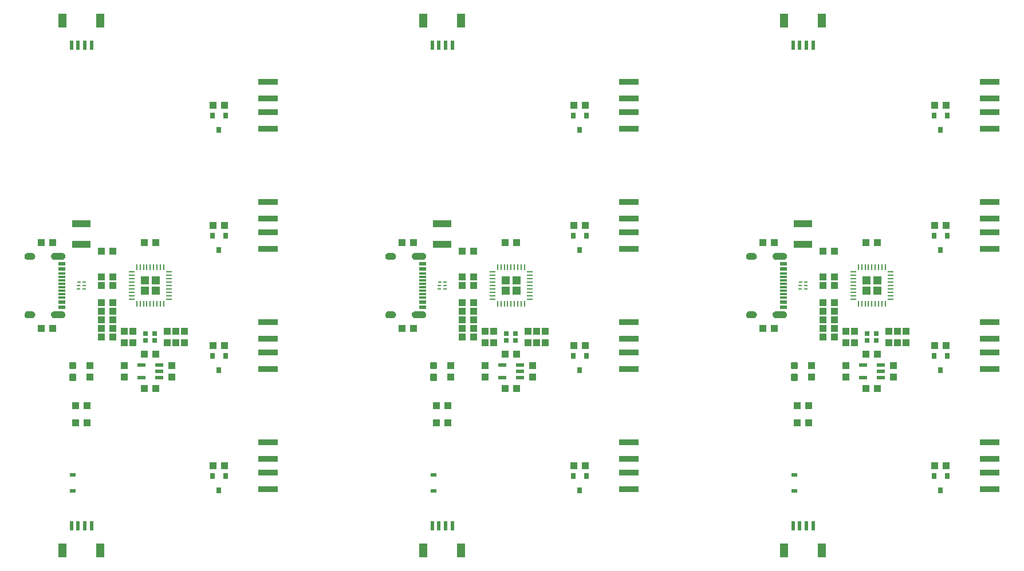
<source format=gtp>
G04 EAGLE Gerber RS-274X export*
G75*
%MOMM*%
%FSLAX34Y34*%
%LPD*%
%INSolderpaste Top*%
%IPPOS*%
%AMOC8*
5,1,8,0,0,1.08239X$1,22.5*%
G01*
%ADD10R,1.200000X2.000000*%
%ADD11R,0.600000X1.350000*%
%ADD12R,1.100000X1.000000*%
%ADD13R,1.000000X1.100000*%
%ADD14C,0.300000*%
%ADD15R,1.200000X0.550000*%
%ADD16R,1.000000X0.300000*%
%ADD17R,1.000000X0.600000*%
%ADD18R,0.610000X0.250000*%
%ADD19R,0.560000X0.250000*%
%ADD20R,0.750000X0.700000*%
%ADD21R,0.900000X0.280000*%
%ADD22R,1.300000X1.300000*%
%ADD23R,0.280000X0.900000*%
%ADD24R,3.000000X0.900000*%
%ADD25R,2.800000X1.000000*%
%ADD26R,0.800000X0.900000*%
%ADD27R,0.830000X0.630000*%

G36*
X1127105Y358154D02*
X1127105Y358154D01*
X1127108Y358151D01*
X1128203Y358331D01*
X1128209Y358337D01*
X1128214Y358334D01*
X1129242Y358753D01*
X1129246Y358760D01*
X1129251Y358758D01*
X1130160Y359396D01*
X1130163Y359403D01*
X1130168Y359403D01*
X1130912Y360226D01*
X1130913Y360234D01*
X1130919Y360235D01*
X1131461Y361203D01*
X1131460Y361212D01*
X1131466Y361214D01*
X1131779Y362278D01*
X1131776Y362286D01*
X1131781Y362289D01*
X1131849Y363397D01*
X1131845Y363404D01*
X1131849Y363407D01*
X1131679Y364515D01*
X1131673Y364521D01*
X1131676Y364526D01*
X1131264Y365568D01*
X1131257Y365572D01*
X1131259Y365577D01*
X1130625Y366502D01*
X1130617Y366504D01*
X1130618Y366510D01*
X1129795Y367270D01*
X1129786Y367271D01*
X1129786Y367277D01*
X1128814Y367834D01*
X1128806Y367833D01*
X1128804Y367839D01*
X1127732Y368166D01*
X1127724Y368163D01*
X1127721Y368168D01*
X1126604Y368249D01*
X1126601Y368248D01*
X1126600Y368249D01*
X1114600Y368249D01*
X1114597Y368247D01*
X1114590Y368247D01*
X1114589Y368248D01*
X1113645Y368029D01*
X1113639Y368023D01*
X1113634Y368025D01*
X1112762Y367602D01*
X1112759Y367594D01*
X1112753Y367596D01*
X1111997Y366989D01*
X1111995Y366981D01*
X1111989Y366981D01*
X1111388Y366221D01*
X1111388Y366212D01*
X1111382Y366211D01*
X1110964Y365336D01*
X1110966Y365328D01*
X1110961Y365326D01*
X1110749Y364380D01*
X1110752Y364373D01*
X1110747Y364369D01*
X1110751Y363400D01*
X1110751Y363399D01*
X1110770Y362331D01*
X1110775Y362324D01*
X1110771Y362320D01*
X1111027Y361283D01*
X1111034Y361278D01*
X1111031Y361272D01*
X1111512Y360318D01*
X1111519Y360315D01*
X1111518Y360309D01*
X1112199Y359486D01*
X1112207Y359484D01*
X1112207Y359478D01*
X1113054Y358827D01*
X1113062Y358827D01*
X1113063Y358821D01*
X1114034Y358374D01*
X1114042Y358376D01*
X1114044Y358371D01*
X1115090Y358152D01*
X1115097Y358155D01*
X1115100Y358151D01*
X1127100Y358151D01*
X1127105Y358154D01*
G37*
G36*
X593705Y358154D02*
X593705Y358154D01*
X593708Y358151D01*
X594803Y358331D01*
X594809Y358337D01*
X594814Y358334D01*
X595842Y358753D01*
X595846Y358760D01*
X595851Y358758D01*
X596760Y359396D01*
X596763Y359403D01*
X596768Y359403D01*
X597512Y360226D01*
X597513Y360234D01*
X597519Y360235D01*
X598061Y361203D01*
X598060Y361212D01*
X598066Y361214D01*
X598379Y362278D01*
X598376Y362286D01*
X598381Y362289D01*
X598449Y363397D01*
X598445Y363404D01*
X598449Y363407D01*
X598279Y364515D01*
X598273Y364521D01*
X598276Y364526D01*
X597864Y365568D01*
X597857Y365572D01*
X597859Y365577D01*
X597225Y366502D01*
X597217Y366504D01*
X597218Y366510D01*
X596395Y367270D01*
X596386Y367271D01*
X596386Y367277D01*
X595414Y367834D01*
X595406Y367833D01*
X595404Y367839D01*
X594332Y368166D01*
X594324Y368163D01*
X594321Y368168D01*
X593204Y368249D01*
X593201Y368248D01*
X593200Y368249D01*
X581200Y368249D01*
X581197Y368247D01*
X581190Y368247D01*
X581189Y368248D01*
X580245Y368029D01*
X580239Y368023D01*
X580234Y368025D01*
X579362Y367602D01*
X579359Y367594D01*
X579353Y367596D01*
X578597Y366989D01*
X578595Y366981D01*
X578589Y366981D01*
X577988Y366221D01*
X577988Y366212D01*
X577982Y366211D01*
X577564Y365336D01*
X577566Y365328D01*
X577561Y365326D01*
X577349Y364380D01*
X577352Y364373D01*
X577347Y364369D01*
X577351Y363400D01*
X577351Y363399D01*
X577370Y362331D01*
X577375Y362324D01*
X577371Y362320D01*
X577627Y361283D01*
X577634Y361278D01*
X577631Y361272D01*
X578112Y360318D01*
X578119Y360315D01*
X578118Y360309D01*
X578799Y359486D01*
X578807Y359484D01*
X578807Y359478D01*
X579654Y358827D01*
X579662Y358827D01*
X579663Y358821D01*
X580634Y358374D01*
X580642Y358376D01*
X580644Y358371D01*
X581690Y358152D01*
X581697Y358155D01*
X581700Y358151D01*
X593700Y358151D01*
X593705Y358154D01*
G37*
G36*
X60305Y358154D02*
X60305Y358154D01*
X60308Y358151D01*
X61403Y358331D01*
X61409Y358337D01*
X61414Y358334D01*
X62442Y358753D01*
X62446Y358760D01*
X62451Y358758D01*
X63360Y359396D01*
X63363Y359403D01*
X63368Y359403D01*
X64112Y360226D01*
X64113Y360234D01*
X64119Y360235D01*
X64661Y361203D01*
X64660Y361212D01*
X64666Y361214D01*
X64979Y362278D01*
X64976Y362286D01*
X64981Y362289D01*
X65049Y363397D01*
X65045Y363404D01*
X65049Y363407D01*
X64879Y364515D01*
X64873Y364521D01*
X64876Y364526D01*
X64464Y365568D01*
X64457Y365572D01*
X64459Y365577D01*
X63825Y366502D01*
X63817Y366504D01*
X63818Y366510D01*
X62995Y367270D01*
X62986Y367271D01*
X62986Y367277D01*
X62014Y367834D01*
X62006Y367833D01*
X62004Y367839D01*
X60932Y368166D01*
X60924Y368163D01*
X60921Y368168D01*
X59804Y368249D01*
X59801Y368248D01*
X59800Y368249D01*
X47800Y368249D01*
X47797Y368247D01*
X47790Y368247D01*
X47789Y368248D01*
X46845Y368029D01*
X46839Y368023D01*
X46834Y368025D01*
X45962Y367602D01*
X45959Y367594D01*
X45953Y367596D01*
X45197Y366989D01*
X45195Y366981D01*
X45189Y366981D01*
X44588Y366221D01*
X44588Y366212D01*
X44582Y366211D01*
X44164Y365336D01*
X44166Y365328D01*
X44161Y365326D01*
X43949Y364380D01*
X43952Y364373D01*
X43947Y364369D01*
X43951Y363400D01*
X43951Y363399D01*
X43970Y362331D01*
X43975Y362324D01*
X43971Y362320D01*
X44227Y361283D01*
X44234Y361278D01*
X44231Y361272D01*
X44712Y360318D01*
X44719Y360315D01*
X44718Y360309D01*
X45399Y359486D01*
X45407Y359484D01*
X45407Y359478D01*
X46254Y358827D01*
X46262Y358827D01*
X46263Y358821D01*
X47234Y358374D01*
X47242Y358376D01*
X47244Y358371D01*
X48290Y358152D01*
X48297Y358155D01*
X48300Y358151D01*
X60300Y358151D01*
X60305Y358154D01*
G37*
G36*
X1127105Y444555D02*
X1127105Y444555D01*
X1127108Y444551D01*
X1128214Y444744D01*
X1128219Y444750D01*
X1128224Y444747D01*
X1129259Y445180D01*
X1129263Y445187D01*
X1129268Y445185D01*
X1130181Y445838D01*
X1130183Y445846D01*
X1130189Y445845D01*
X1130933Y446684D01*
X1130934Y446693D01*
X1130939Y446693D01*
X1131478Y447677D01*
X1131477Y447685D01*
X1131478Y447686D01*
X1131482Y447687D01*
X1131595Y448083D01*
X1131749Y448625D01*
X1131789Y448766D01*
X1131787Y448771D01*
X1131789Y448773D01*
X1131787Y448775D01*
X1131791Y448777D01*
X1131849Y449897D01*
X1131846Y449902D01*
X1131849Y449906D01*
X1131731Y450951D01*
X1131725Y450957D01*
X1131729Y450962D01*
X1131381Y451956D01*
X1131374Y451960D01*
X1131376Y451965D01*
X1130816Y452857D01*
X1130809Y452860D01*
X1130809Y452865D01*
X1130065Y453609D01*
X1130057Y453611D01*
X1130057Y453616D01*
X1129165Y454176D01*
X1129157Y454176D01*
X1129156Y454181D01*
X1128162Y454529D01*
X1128154Y454526D01*
X1128151Y454531D01*
X1127106Y454649D01*
X1127102Y454647D01*
X1127100Y454649D01*
X1115100Y454649D01*
X1115097Y454647D01*
X1115094Y454647D01*
X1115092Y454649D01*
X1114096Y454491D01*
X1114090Y454485D01*
X1114085Y454488D01*
X1113149Y454113D01*
X1113145Y454106D01*
X1113139Y454108D01*
X1112310Y453534D01*
X1112307Y453526D01*
X1112302Y453527D01*
X1111621Y452783D01*
X1111620Y452774D01*
X1111614Y452774D01*
X1111116Y451897D01*
X1111117Y451889D01*
X1111112Y451886D01*
X1110983Y451459D01*
X1110821Y450921D01*
X1110822Y450918D01*
X1110821Y450917D01*
X1110824Y450913D01*
X1110819Y450910D01*
X1110751Y449903D01*
X1110752Y449901D01*
X1110751Y449900D01*
X1110760Y448819D01*
X1110765Y448812D01*
X1110761Y448808D01*
X1111011Y447756D01*
X1111017Y447751D01*
X1111014Y447746D01*
X1111491Y446776D01*
X1111499Y446773D01*
X1111497Y446767D01*
X1112178Y445928D01*
X1112186Y445926D01*
X1112186Y445920D01*
X1113037Y445254D01*
X1113045Y445253D01*
X1113046Y445248D01*
X1114023Y444787D01*
X1114031Y444789D01*
X1114034Y444784D01*
X1115089Y444552D01*
X1115097Y444555D01*
X1115100Y444551D01*
X1127100Y444551D01*
X1127105Y444555D01*
G37*
G36*
X60305Y444555D02*
X60305Y444555D01*
X60308Y444551D01*
X61414Y444744D01*
X61419Y444750D01*
X61424Y444747D01*
X62459Y445180D01*
X62463Y445187D01*
X62468Y445185D01*
X63381Y445838D01*
X63383Y445846D01*
X63389Y445845D01*
X64133Y446684D01*
X64134Y446693D01*
X64139Y446693D01*
X64678Y447677D01*
X64677Y447685D01*
X64678Y447686D01*
X64682Y447687D01*
X64795Y448083D01*
X64949Y448625D01*
X64989Y448766D01*
X64987Y448771D01*
X64989Y448773D01*
X64987Y448775D01*
X64991Y448777D01*
X65049Y449897D01*
X65046Y449902D01*
X65049Y449906D01*
X64931Y450951D01*
X64925Y450957D01*
X64929Y450962D01*
X64581Y451956D01*
X64574Y451960D01*
X64576Y451965D01*
X64016Y452857D01*
X64009Y452860D01*
X64009Y452865D01*
X63265Y453609D01*
X63257Y453611D01*
X63257Y453616D01*
X62365Y454176D01*
X62357Y454176D01*
X62356Y454181D01*
X61362Y454529D01*
X61354Y454526D01*
X61351Y454531D01*
X60306Y454649D01*
X60302Y454647D01*
X60300Y454649D01*
X48300Y454649D01*
X48297Y454647D01*
X48294Y454647D01*
X48292Y454649D01*
X47296Y454491D01*
X47290Y454485D01*
X47285Y454488D01*
X46349Y454113D01*
X46345Y454106D01*
X46339Y454108D01*
X45510Y453534D01*
X45507Y453526D01*
X45502Y453527D01*
X44821Y452783D01*
X44820Y452774D01*
X44814Y452774D01*
X44316Y451897D01*
X44317Y451889D01*
X44312Y451886D01*
X44183Y451459D01*
X44021Y450921D01*
X44022Y450918D01*
X44021Y450917D01*
X44024Y450913D01*
X44019Y450910D01*
X43951Y449903D01*
X43952Y449901D01*
X43951Y449900D01*
X43960Y448819D01*
X43965Y448812D01*
X43961Y448808D01*
X44211Y447756D01*
X44217Y447751D01*
X44214Y447746D01*
X44691Y446776D01*
X44699Y446773D01*
X44697Y446767D01*
X45378Y445928D01*
X45386Y445926D01*
X45386Y445920D01*
X46237Y445254D01*
X46245Y445253D01*
X46246Y445248D01*
X47223Y444787D01*
X47231Y444789D01*
X47234Y444784D01*
X48289Y444552D01*
X48297Y444555D01*
X48300Y444551D01*
X60300Y444551D01*
X60305Y444555D01*
G37*
G36*
X593705Y444555D02*
X593705Y444555D01*
X593708Y444551D01*
X594814Y444744D01*
X594819Y444750D01*
X594824Y444747D01*
X595859Y445180D01*
X595863Y445187D01*
X595868Y445185D01*
X596781Y445838D01*
X596783Y445846D01*
X596789Y445845D01*
X597533Y446684D01*
X597534Y446693D01*
X597539Y446693D01*
X598078Y447677D01*
X598077Y447685D01*
X598078Y447686D01*
X598082Y447687D01*
X598195Y448083D01*
X598349Y448625D01*
X598389Y448766D01*
X598387Y448771D01*
X598389Y448773D01*
X598387Y448775D01*
X598391Y448777D01*
X598449Y449897D01*
X598446Y449902D01*
X598449Y449906D01*
X598331Y450951D01*
X598325Y450957D01*
X598329Y450962D01*
X597981Y451956D01*
X597974Y451960D01*
X597976Y451965D01*
X597416Y452857D01*
X597409Y452860D01*
X597409Y452865D01*
X596665Y453609D01*
X596657Y453611D01*
X596657Y453616D01*
X595765Y454176D01*
X595757Y454176D01*
X595756Y454181D01*
X594762Y454529D01*
X594754Y454526D01*
X594751Y454531D01*
X593706Y454649D01*
X593702Y454647D01*
X593700Y454649D01*
X581700Y454649D01*
X581697Y454647D01*
X581694Y454647D01*
X581692Y454649D01*
X580696Y454491D01*
X580690Y454485D01*
X580685Y454488D01*
X579749Y454113D01*
X579745Y454106D01*
X579739Y454108D01*
X578910Y453534D01*
X578907Y453526D01*
X578902Y453527D01*
X578221Y452783D01*
X578220Y452774D01*
X578214Y452774D01*
X577716Y451897D01*
X577717Y451889D01*
X577712Y451886D01*
X577583Y451459D01*
X577421Y450921D01*
X577422Y450918D01*
X577421Y450917D01*
X577424Y450913D01*
X577419Y450910D01*
X577351Y449903D01*
X577352Y449901D01*
X577351Y449900D01*
X577360Y448819D01*
X577365Y448812D01*
X577361Y448808D01*
X577611Y447756D01*
X577617Y447751D01*
X577614Y447746D01*
X578091Y446776D01*
X578099Y446773D01*
X578097Y446767D01*
X578778Y445928D01*
X578786Y445926D01*
X578786Y445920D01*
X579637Y445254D01*
X579645Y445253D01*
X579646Y445248D01*
X580623Y444787D01*
X580631Y444789D01*
X580634Y444784D01*
X581689Y444552D01*
X581697Y444555D01*
X581700Y444551D01*
X593700Y444551D01*
X593705Y444555D01*
G37*
G36*
X548904Y358154D02*
X548904Y358154D01*
X548906Y358151D01*
X550039Y358301D01*
X550045Y358307D01*
X550050Y358304D01*
X551120Y358702D01*
X551124Y358709D01*
X551130Y358707D01*
X552085Y359334D01*
X552088Y359342D01*
X552093Y359341D01*
X552885Y360164D01*
X552886Y360172D01*
X552892Y360173D01*
X553481Y361152D01*
X553480Y361160D01*
X553485Y361162D01*
X553841Y362247D01*
X553839Y362255D01*
X553843Y362258D01*
X553949Y363395D01*
X553944Y363404D01*
X553948Y363409D01*
X553741Y364546D01*
X553735Y364552D01*
X553738Y364557D01*
X553283Y365619D01*
X553276Y365623D01*
X553278Y365629D01*
X552598Y366564D01*
X552590Y366566D01*
X552591Y366572D01*
X551720Y367332D01*
X551712Y367332D01*
X551711Y367338D01*
X550692Y367885D01*
X550684Y367884D01*
X550682Y367889D01*
X549568Y368196D01*
X549560Y368193D01*
X549557Y368198D01*
X548402Y368249D01*
X548401Y368248D01*
X548400Y368249D01*
X542400Y368249D01*
X542397Y368247D01*
X542392Y368247D01*
X542391Y368248D01*
X541310Y368036D01*
X541305Y368030D01*
X541300Y368033D01*
X540294Y367586D01*
X540290Y367579D01*
X540284Y367581D01*
X539403Y366921D01*
X539400Y366913D01*
X539395Y366913D01*
X538682Y366074D01*
X538682Y366066D01*
X538676Y366065D01*
X538168Y365088D01*
X538169Y365080D01*
X538164Y365078D01*
X537886Y364013D01*
X537889Y364005D01*
X537885Y364002D01*
X537851Y362902D01*
X537855Y362896D01*
X537851Y362893D01*
X538006Y361818D01*
X538012Y361812D01*
X538009Y361807D01*
X538399Y360793D01*
X538406Y360789D01*
X538405Y360783D01*
X539011Y359881D01*
X539019Y359879D01*
X539018Y359873D01*
X539810Y359129D01*
X539818Y359128D01*
X539818Y359122D01*
X540756Y358573D01*
X540764Y358574D01*
X540766Y358568D01*
X541802Y358241D01*
X541810Y358244D01*
X541813Y358239D01*
X542896Y358151D01*
X542899Y358153D01*
X542900Y358151D01*
X548900Y358151D01*
X548904Y358154D01*
G37*
G36*
X1082304Y358154D02*
X1082304Y358154D01*
X1082306Y358151D01*
X1083439Y358301D01*
X1083445Y358307D01*
X1083450Y358304D01*
X1084520Y358702D01*
X1084524Y358709D01*
X1084530Y358707D01*
X1085485Y359334D01*
X1085488Y359342D01*
X1085493Y359341D01*
X1086285Y360164D01*
X1086286Y360172D01*
X1086292Y360173D01*
X1086881Y361152D01*
X1086880Y361160D01*
X1086885Y361162D01*
X1087241Y362247D01*
X1087239Y362255D01*
X1087243Y362258D01*
X1087349Y363395D01*
X1087344Y363404D01*
X1087348Y363409D01*
X1087141Y364546D01*
X1087135Y364552D01*
X1087138Y364557D01*
X1086683Y365619D01*
X1086676Y365623D01*
X1086678Y365629D01*
X1085998Y366564D01*
X1085990Y366566D01*
X1085991Y366572D01*
X1085120Y367332D01*
X1085112Y367332D01*
X1085111Y367338D01*
X1084092Y367885D01*
X1084084Y367884D01*
X1084082Y367889D01*
X1082968Y368196D01*
X1082960Y368193D01*
X1082957Y368198D01*
X1081802Y368249D01*
X1081801Y368248D01*
X1081800Y368249D01*
X1075800Y368249D01*
X1075797Y368247D01*
X1075792Y368247D01*
X1075791Y368248D01*
X1074710Y368036D01*
X1074705Y368030D01*
X1074700Y368033D01*
X1073694Y367586D01*
X1073690Y367579D01*
X1073684Y367581D01*
X1072803Y366921D01*
X1072800Y366913D01*
X1072795Y366913D01*
X1072082Y366074D01*
X1072082Y366066D01*
X1072076Y366065D01*
X1071568Y365088D01*
X1071569Y365080D01*
X1071564Y365078D01*
X1071286Y364013D01*
X1071289Y364005D01*
X1071285Y364002D01*
X1071251Y362902D01*
X1071255Y362896D01*
X1071251Y362893D01*
X1071406Y361818D01*
X1071412Y361812D01*
X1071409Y361807D01*
X1071799Y360793D01*
X1071806Y360789D01*
X1071805Y360783D01*
X1072411Y359881D01*
X1072419Y359879D01*
X1072418Y359873D01*
X1073210Y359129D01*
X1073218Y359128D01*
X1073218Y359122D01*
X1074156Y358573D01*
X1074164Y358574D01*
X1074166Y358568D01*
X1075202Y358241D01*
X1075210Y358244D01*
X1075213Y358239D01*
X1076296Y358151D01*
X1076299Y358153D01*
X1076300Y358151D01*
X1082300Y358151D01*
X1082304Y358154D01*
G37*
G36*
X15504Y358154D02*
X15504Y358154D01*
X15506Y358151D01*
X16639Y358301D01*
X16645Y358307D01*
X16650Y358304D01*
X17720Y358702D01*
X17724Y358709D01*
X17730Y358707D01*
X18685Y359334D01*
X18688Y359342D01*
X18693Y359341D01*
X19485Y360164D01*
X19486Y360172D01*
X19492Y360173D01*
X20081Y361152D01*
X20080Y361160D01*
X20085Y361162D01*
X20441Y362247D01*
X20439Y362255D01*
X20443Y362258D01*
X20549Y363395D01*
X20544Y363404D01*
X20548Y363409D01*
X20341Y364546D01*
X20335Y364552D01*
X20338Y364557D01*
X19883Y365619D01*
X19876Y365623D01*
X19878Y365629D01*
X19198Y366564D01*
X19190Y366566D01*
X19191Y366572D01*
X18320Y367332D01*
X18312Y367332D01*
X18311Y367338D01*
X17292Y367885D01*
X17284Y367884D01*
X17282Y367889D01*
X16168Y368196D01*
X16160Y368193D01*
X16157Y368198D01*
X15002Y368249D01*
X15001Y368248D01*
X15000Y368249D01*
X9000Y368249D01*
X8997Y368247D01*
X8992Y368247D01*
X8991Y368248D01*
X7910Y368036D01*
X7905Y368030D01*
X7900Y368033D01*
X6894Y367586D01*
X6890Y367579D01*
X6884Y367581D01*
X6003Y366921D01*
X6000Y366913D01*
X5995Y366913D01*
X5282Y366074D01*
X5282Y366066D01*
X5276Y366065D01*
X4768Y365088D01*
X4769Y365080D01*
X4764Y365078D01*
X4486Y364013D01*
X4489Y364005D01*
X4485Y364002D01*
X4451Y362902D01*
X4455Y362896D01*
X4451Y362893D01*
X4606Y361818D01*
X4612Y361812D01*
X4609Y361807D01*
X4999Y360793D01*
X5006Y360789D01*
X5005Y360783D01*
X5611Y359881D01*
X5619Y359879D01*
X5618Y359873D01*
X6410Y359129D01*
X6418Y359128D01*
X6418Y359122D01*
X7356Y358573D01*
X7364Y358574D01*
X7366Y358568D01*
X8402Y358241D01*
X8410Y358244D01*
X8413Y358239D01*
X9496Y358151D01*
X9499Y358153D01*
X9500Y358151D01*
X15500Y358151D01*
X15504Y358154D01*
G37*
G36*
X15503Y444553D02*
X15503Y444553D01*
X15505Y444551D01*
X16597Y444652D01*
X16603Y444657D01*
X16608Y444654D01*
X17651Y444995D01*
X17656Y445002D01*
X17661Y445000D01*
X18602Y445564D01*
X18605Y445572D01*
X18611Y445571D01*
X19403Y446331D01*
X19404Y446339D01*
X19410Y446340D01*
X20013Y447257D01*
X20012Y447265D01*
X20018Y447267D01*
X20401Y448295D01*
X20399Y448303D01*
X20404Y448306D01*
X20549Y449394D01*
X20545Y449401D01*
X20549Y449405D01*
X20443Y450542D01*
X20438Y450548D01*
X20441Y450553D01*
X20085Y451638D01*
X20078Y451643D01*
X20081Y451648D01*
X19492Y452627D01*
X19484Y452630D01*
X19485Y452636D01*
X18693Y453459D01*
X18685Y453460D01*
X18685Y453466D01*
X17730Y454093D01*
X17722Y454092D01*
X17720Y454098D01*
X16650Y454496D01*
X16642Y454494D01*
X16639Y454499D01*
X15506Y454649D01*
X15503Y454647D01*
X15502Y454647D01*
X15500Y454649D01*
X9500Y454649D01*
X9497Y454647D01*
X9495Y454647D01*
X9494Y454649D01*
X8361Y454499D01*
X8355Y454493D01*
X8350Y454496D01*
X7280Y454098D01*
X7276Y454091D01*
X7270Y454093D01*
X6315Y453466D01*
X6312Y453458D01*
X6307Y453459D01*
X5515Y452636D01*
X5514Y452628D01*
X5508Y452627D01*
X4919Y451648D01*
X4920Y451640D01*
X4915Y451638D01*
X4559Y450553D01*
X4562Y450545D01*
X4557Y450542D01*
X4451Y449405D01*
X4455Y449398D01*
X4451Y449394D01*
X4596Y448306D01*
X4602Y448300D01*
X4599Y448295D01*
X4983Y447267D01*
X4989Y447262D01*
X4988Y447257D01*
X5590Y446340D01*
X5598Y446337D01*
X5597Y446331D01*
X6389Y445571D01*
X6397Y445570D01*
X6398Y445564D01*
X7339Y445000D01*
X7347Y445001D01*
X7349Y444995D01*
X8392Y444654D01*
X8400Y444656D01*
X8403Y444652D01*
X9496Y444551D01*
X9498Y444553D01*
X9500Y444551D01*
X15500Y444551D01*
X15503Y444553D01*
G37*
G36*
X548903Y444553D02*
X548903Y444553D01*
X548905Y444551D01*
X549997Y444652D01*
X550003Y444657D01*
X550008Y444654D01*
X551051Y444995D01*
X551056Y445002D01*
X551061Y445000D01*
X552002Y445564D01*
X552005Y445572D01*
X552011Y445571D01*
X552803Y446331D01*
X552804Y446339D01*
X552810Y446340D01*
X553413Y447257D01*
X553412Y447265D01*
X553418Y447267D01*
X553801Y448295D01*
X553799Y448303D01*
X553804Y448306D01*
X553949Y449394D01*
X553945Y449401D01*
X553949Y449405D01*
X553843Y450542D01*
X553838Y450548D01*
X553841Y450553D01*
X553485Y451638D01*
X553478Y451643D01*
X553481Y451648D01*
X552892Y452627D01*
X552884Y452630D01*
X552885Y452636D01*
X552093Y453459D01*
X552085Y453460D01*
X552085Y453466D01*
X551130Y454093D01*
X551122Y454092D01*
X551120Y454098D01*
X550050Y454496D01*
X550042Y454494D01*
X550039Y454499D01*
X548906Y454649D01*
X548903Y454647D01*
X548902Y454647D01*
X548900Y454649D01*
X542900Y454649D01*
X542897Y454647D01*
X542895Y454647D01*
X542894Y454649D01*
X541761Y454499D01*
X541755Y454493D01*
X541750Y454496D01*
X540680Y454098D01*
X540676Y454091D01*
X540670Y454093D01*
X539715Y453466D01*
X539712Y453458D01*
X539707Y453459D01*
X538915Y452636D01*
X538914Y452628D01*
X538908Y452627D01*
X538319Y451648D01*
X538320Y451640D01*
X538315Y451638D01*
X537959Y450553D01*
X537962Y450545D01*
X537957Y450542D01*
X537851Y449405D01*
X537855Y449398D01*
X537851Y449394D01*
X537996Y448306D01*
X538002Y448300D01*
X537999Y448295D01*
X538383Y447267D01*
X538389Y447262D01*
X538388Y447257D01*
X538990Y446340D01*
X538998Y446337D01*
X538997Y446331D01*
X539789Y445571D01*
X539797Y445570D01*
X539798Y445564D01*
X540739Y445000D01*
X540747Y445001D01*
X540749Y444995D01*
X541792Y444654D01*
X541800Y444656D01*
X541803Y444652D01*
X542896Y444551D01*
X542898Y444553D01*
X542900Y444551D01*
X548900Y444551D01*
X548903Y444553D01*
G37*
G36*
X1082303Y444553D02*
X1082303Y444553D01*
X1082305Y444551D01*
X1083397Y444652D01*
X1083403Y444657D01*
X1083408Y444654D01*
X1084451Y444995D01*
X1084456Y445002D01*
X1084461Y445000D01*
X1085402Y445564D01*
X1085405Y445572D01*
X1085411Y445571D01*
X1086203Y446331D01*
X1086204Y446339D01*
X1086210Y446340D01*
X1086813Y447257D01*
X1086812Y447265D01*
X1086818Y447267D01*
X1087201Y448295D01*
X1087199Y448303D01*
X1087204Y448306D01*
X1087349Y449394D01*
X1087345Y449401D01*
X1087349Y449405D01*
X1087243Y450542D01*
X1087238Y450548D01*
X1087241Y450553D01*
X1086885Y451638D01*
X1086878Y451643D01*
X1086881Y451648D01*
X1086292Y452627D01*
X1086284Y452630D01*
X1086285Y452636D01*
X1085493Y453459D01*
X1085485Y453460D01*
X1085485Y453466D01*
X1084530Y454093D01*
X1084522Y454092D01*
X1084520Y454098D01*
X1083450Y454496D01*
X1083442Y454494D01*
X1083439Y454499D01*
X1082306Y454649D01*
X1082303Y454647D01*
X1082302Y454647D01*
X1082300Y454649D01*
X1076300Y454649D01*
X1076297Y454647D01*
X1076295Y454647D01*
X1076294Y454649D01*
X1075161Y454499D01*
X1075155Y454493D01*
X1075150Y454496D01*
X1074080Y454098D01*
X1074076Y454091D01*
X1074070Y454093D01*
X1073115Y453466D01*
X1073112Y453458D01*
X1073107Y453459D01*
X1072315Y452636D01*
X1072314Y452628D01*
X1072308Y452627D01*
X1071719Y451648D01*
X1071720Y451640D01*
X1071715Y451638D01*
X1071359Y450553D01*
X1071362Y450545D01*
X1071357Y450542D01*
X1071251Y449405D01*
X1071255Y449398D01*
X1071251Y449394D01*
X1071396Y448306D01*
X1071402Y448300D01*
X1071399Y448295D01*
X1071783Y447267D01*
X1071789Y447262D01*
X1071788Y447257D01*
X1072390Y446340D01*
X1072398Y446337D01*
X1072397Y446331D01*
X1073189Y445571D01*
X1073197Y445570D01*
X1073198Y445564D01*
X1074139Y445000D01*
X1074147Y445001D01*
X1074149Y444995D01*
X1075192Y444654D01*
X1075200Y444656D01*
X1075203Y444652D01*
X1076296Y444551D01*
X1076298Y444553D01*
X1076300Y444551D01*
X1082300Y444551D01*
X1082303Y444553D01*
G37*
D10*
X60900Y14050D03*
X116900Y14050D03*
D11*
X73900Y50800D03*
X83900Y50800D03*
X93900Y50800D03*
X103900Y50800D03*
D10*
X116900Y798750D03*
X60900Y798750D03*
D11*
X103900Y762000D03*
X93900Y762000D03*
X83900Y762000D03*
X73900Y762000D03*
D12*
X182000Y254000D03*
X199000Y254000D03*
D13*
X152400Y287900D03*
X152400Y270900D03*
D14*
X79700Y284670D02*
X72700Y284670D01*
X72700Y291670D01*
X79700Y291670D01*
X79700Y284670D01*
X79700Y287520D02*
X72700Y287520D01*
X72700Y290370D02*
X79700Y290370D01*
X79700Y267130D02*
X72700Y267130D01*
X72700Y274130D01*
X79700Y274130D01*
X79700Y267130D01*
X79700Y269980D02*
X72700Y269980D01*
X72700Y272830D02*
X79700Y272830D01*
D13*
X101600Y270900D03*
X101600Y287900D03*
D15*
X203501Y269900D03*
X203501Y279400D03*
X203501Y288900D03*
X177499Y288900D03*
X177499Y269900D03*
D13*
X222250Y287900D03*
X222250Y270900D03*
D12*
X29600Y342900D03*
X46600Y342900D03*
X29600Y469900D03*
X46600Y469900D03*
D16*
X60100Y398900D03*
X60100Y403900D03*
D17*
X60100Y374150D03*
X60100Y381900D03*
D16*
X60100Y388900D03*
X60100Y393900D03*
X60100Y413900D03*
X60100Y408900D03*
D17*
X60100Y438650D03*
X60100Y430900D03*
D16*
X60100Y423900D03*
X60100Y418900D03*
D18*
X84850Y411400D03*
D19*
X84600Y406400D03*
X84600Y401400D03*
X93200Y401400D03*
X93200Y406400D03*
X93200Y411400D03*
D13*
X241300Y338700D03*
X241300Y321700D03*
D20*
X183750Y335200D03*
X197250Y335200D03*
X197250Y325200D03*
X183750Y325200D03*
D21*
X218000Y386400D03*
D22*
X198500Y398400D03*
X182500Y398400D03*
X198500Y414400D03*
X182500Y414400D03*
D21*
X218000Y391400D03*
X218000Y396400D03*
X218000Y401400D03*
X218000Y406400D03*
X218000Y411400D03*
X218000Y416400D03*
X218000Y421400D03*
X218000Y426400D03*
D23*
X210500Y433900D03*
X205500Y433900D03*
X200500Y433900D03*
X195500Y433900D03*
X190500Y433900D03*
X185500Y433900D03*
X180500Y433900D03*
X175500Y433900D03*
X170500Y433900D03*
D21*
X163000Y426400D03*
X163000Y421400D03*
X163000Y416400D03*
X163000Y411400D03*
X163000Y406400D03*
X163000Y401400D03*
X163000Y396400D03*
X163000Y391400D03*
X163000Y386400D03*
D23*
X170500Y378900D03*
X175500Y378900D03*
X180500Y378900D03*
X185500Y378900D03*
X190500Y378900D03*
X195500Y378900D03*
X200500Y378900D03*
X205500Y378900D03*
X210500Y378900D03*
D12*
X182000Y304800D03*
X199000Y304800D03*
D13*
X215900Y321700D03*
X215900Y338700D03*
X165100Y321700D03*
X165100Y338700D03*
X152400Y321700D03*
X152400Y338700D03*
D12*
X118500Y457200D03*
X135500Y457200D03*
D13*
X228600Y338700D03*
X228600Y321700D03*
D12*
X182000Y469900D03*
X199000Y469900D03*
X135500Y419100D03*
X118500Y419100D03*
X135500Y406400D03*
X118500Y406400D03*
D24*
X364280Y129700D03*
X364280Y104700D03*
X364280Y149700D03*
X364280Y174700D03*
X364280Y307500D03*
X364280Y282500D03*
X364280Y327500D03*
X364280Y352500D03*
X364280Y485300D03*
X364280Y460300D03*
X364280Y505300D03*
X364280Y530300D03*
X364280Y663100D03*
X364280Y638100D03*
X364280Y683100D03*
X364280Y708100D03*
D12*
X118500Y355600D03*
X135500Y355600D03*
X135500Y342900D03*
X118500Y342900D03*
D25*
X88900Y467600D03*
X88900Y497600D03*
D26*
X301600Y124300D03*
X282600Y124300D03*
X292100Y103300D03*
D12*
X283600Y139700D03*
X300600Y139700D03*
D26*
X301600Y302100D03*
X282600Y302100D03*
X292100Y281100D03*
D12*
X283600Y317500D03*
X300600Y317500D03*
D26*
X301600Y479900D03*
X282600Y479900D03*
X292100Y458900D03*
D12*
X283600Y495300D03*
X300600Y495300D03*
D26*
X301600Y657700D03*
X282600Y657700D03*
X292100Y636700D03*
D12*
X283600Y673100D03*
X300600Y673100D03*
X80400Y228600D03*
X97400Y228600D03*
X80400Y203200D03*
X97400Y203200D03*
X135500Y330200D03*
X118500Y330200D03*
X118500Y381000D03*
X135500Y381000D03*
X118500Y368300D03*
X135500Y368300D03*
D27*
X76200Y125800D03*
X76200Y102800D03*
D10*
X594300Y14050D03*
X650300Y14050D03*
D11*
X607300Y50800D03*
X617300Y50800D03*
X627300Y50800D03*
X637300Y50800D03*
D10*
X650300Y798750D03*
X594300Y798750D03*
D11*
X637300Y762000D03*
X627300Y762000D03*
X617300Y762000D03*
X607300Y762000D03*
D12*
X715400Y254000D03*
X732400Y254000D03*
D13*
X685800Y287900D03*
X685800Y270900D03*
D14*
X613100Y284670D02*
X606100Y284670D01*
X606100Y291670D01*
X613100Y291670D01*
X613100Y284670D01*
X613100Y287520D02*
X606100Y287520D01*
X606100Y290370D02*
X613100Y290370D01*
X613100Y267130D02*
X606100Y267130D01*
X606100Y274130D01*
X613100Y274130D01*
X613100Y267130D01*
X613100Y269980D02*
X606100Y269980D01*
X606100Y272830D02*
X613100Y272830D01*
D13*
X635000Y270900D03*
X635000Y287900D03*
D15*
X736901Y269900D03*
X736901Y279400D03*
X736901Y288900D03*
X710899Y288900D03*
X710899Y269900D03*
D13*
X755650Y287900D03*
X755650Y270900D03*
D12*
X563000Y342900D03*
X580000Y342900D03*
X563000Y469900D03*
X580000Y469900D03*
D16*
X593500Y398900D03*
X593500Y403900D03*
D17*
X593500Y374150D03*
X593500Y381900D03*
D16*
X593500Y388900D03*
X593500Y393900D03*
X593500Y413900D03*
X593500Y408900D03*
D17*
X593500Y438650D03*
X593500Y430900D03*
D16*
X593500Y423900D03*
X593500Y418900D03*
D18*
X618250Y411400D03*
D19*
X618000Y406400D03*
X618000Y401400D03*
X626600Y401400D03*
X626600Y406400D03*
X626600Y411400D03*
D13*
X774700Y338700D03*
X774700Y321700D03*
D20*
X717150Y335200D03*
X730650Y335200D03*
X730650Y325200D03*
X717150Y325200D03*
D21*
X751400Y386400D03*
D22*
X731900Y398400D03*
X715900Y398400D03*
X731900Y414400D03*
X715900Y414400D03*
D21*
X751400Y391400D03*
X751400Y396400D03*
X751400Y401400D03*
X751400Y406400D03*
X751400Y411400D03*
X751400Y416400D03*
X751400Y421400D03*
X751400Y426400D03*
D23*
X743900Y433900D03*
X738900Y433900D03*
X733900Y433900D03*
X728900Y433900D03*
X723900Y433900D03*
X718900Y433900D03*
X713900Y433900D03*
X708900Y433900D03*
X703900Y433900D03*
D21*
X696400Y426400D03*
X696400Y421400D03*
X696400Y416400D03*
X696400Y411400D03*
X696400Y406400D03*
X696400Y401400D03*
X696400Y396400D03*
X696400Y391400D03*
X696400Y386400D03*
D23*
X703900Y378900D03*
X708900Y378900D03*
X713900Y378900D03*
X718900Y378900D03*
X723900Y378900D03*
X728900Y378900D03*
X733900Y378900D03*
X738900Y378900D03*
X743900Y378900D03*
D12*
X715400Y304800D03*
X732400Y304800D03*
D13*
X749300Y321700D03*
X749300Y338700D03*
X698500Y321700D03*
X698500Y338700D03*
X685800Y321700D03*
X685800Y338700D03*
D12*
X651900Y457200D03*
X668900Y457200D03*
D13*
X762000Y338700D03*
X762000Y321700D03*
D12*
X715400Y469900D03*
X732400Y469900D03*
X668900Y419100D03*
X651900Y419100D03*
X668900Y406400D03*
X651900Y406400D03*
D24*
X897680Y129700D03*
X897680Y104700D03*
X897680Y149700D03*
X897680Y174700D03*
X897680Y307500D03*
X897680Y282500D03*
X897680Y327500D03*
X897680Y352500D03*
X897680Y485300D03*
X897680Y460300D03*
X897680Y505300D03*
X897680Y530300D03*
X897680Y663100D03*
X897680Y638100D03*
X897680Y683100D03*
X897680Y708100D03*
D12*
X651900Y355600D03*
X668900Y355600D03*
X668900Y342900D03*
X651900Y342900D03*
D25*
X622300Y467600D03*
X622300Y497600D03*
D26*
X835000Y124300D03*
X816000Y124300D03*
X825500Y103300D03*
D12*
X817000Y139700D03*
X834000Y139700D03*
D26*
X835000Y302100D03*
X816000Y302100D03*
X825500Y281100D03*
D12*
X817000Y317500D03*
X834000Y317500D03*
D26*
X835000Y479900D03*
X816000Y479900D03*
X825500Y458900D03*
D12*
X817000Y495300D03*
X834000Y495300D03*
D26*
X835000Y657700D03*
X816000Y657700D03*
X825500Y636700D03*
D12*
X817000Y673100D03*
X834000Y673100D03*
X613800Y228600D03*
X630800Y228600D03*
X613800Y203200D03*
X630800Y203200D03*
X668900Y330200D03*
X651900Y330200D03*
X651900Y381000D03*
X668900Y381000D03*
X651900Y368300D03*
X668900Y368300D03*
D27*
X609600Y125800D03*
X609600Y102800D03*
D10*
X1127700Y14050D03*
X1183700Y14050D03*
D11*
X1140700Y50800D03*
X1150700Y50800D03*
X1160700Y50800D03*
X1170700Y50800D03*
D10*
X1183700Y798750D03*
X1127700Y798750D03*
D11*
X1170700Y762000D03*
X1160700Y762000D03*
X1150700Y762000D03*
X1140700Y762000D03*
D12*
X1248800Y254000D03*
X1265800Y254000D03*
D13*
X1219200Y287900D03*
X1219200Y270900D03*
D14*
X1146500Y284670D02*
X1139500Y284670D01*
X1139500Y291670D01*
X1146500Y291670D01*
X1146500Y284670D01*
X1146500Y287520D02*
X1139500Y287520D01*
X1139500Y290370D02*
X1146500Y290370D01*
X1146500Y267130D02*
X1139500Y267130D01*
X1139500Y274130D01*
X1146500Y274130D01*
X1146500Y267130D01*
X1146500Y269980D02*
X1139500Y269980D01*
X1139500Y272830D02*
X1146500Y272830D01*
D13*
X1168400Y270900D03*
X1168400Y287900D03*
D15*
X1270301Y269900D03*
X1270301Y279400D03*
X1270301Y288900D03*
X1244299Y288900D03*
X1244299Y269900D03*
D13*
X1289050Y287900D03*
X1289050Y270900D03*
D12*
X1096400Y342900D03*
X1113400Y342900D03*
X1096400Y469900D03*
X1113400Y469900D03*
D16*
X1126900Y398900D03*
X1126900Y403900D03*
D17*
X1126900Y374150D03*
X1126900Y381900D03*
D16*
X1126900Y388900D03*
X1126900Y393900D03*
X1126900Y413900D03*
X1126900Y408900D03*
D17*
X1126900Y438650D03*
X1126900Y430900D03*
D16*
X1126900Y423900D03*
X1126900Y418900D03*
D18*
X1151650Y411400D03*
D19*
X1151400Y406400D03*
X1151400Y401400D03*
X1160000Y401400D03*
X1160000Y406400D03*
X1160000Y411400D03*
D13*
X1308100Y338700D03*
X1308100Y321700D03*
D20*
X1250550Y335200D03*
X1264050Y335200D03*
X1264050Y325200D03*
X1250550Y325200D03*
D21*
X1284800Y386400D03*
D22*
X1265300Y398400D03*
X1249300Y398400D03*
X1265300Y414400D03*
X1249300Y414400D03*
D21*
X1284800Y391400D03*
X1284800Y396400D03*
X1284800Y401400D03*
X1284800Y406400D03*
X1284800Y411400D03*
X1284800Y416400D03*
X1284800Y421400D03*
X1284800Y426400D03*
D23*
X1277300Y433900D03*
X1272300Y433900D03*
X1267300Y433900D03*
X1262300Y433900D03*
X1257300Y433900D03*
X1252300Y433900D03*
X1247300Y433900D03*
X1242300Y433900D03*
X1237300Y433900D03*
D21*
X1229800Y426400D03*
X1229800Y421400D03*
X1229800Y416400D03*
X1229800Y411400D03*
X1229800Y406400D03*
X1229800Y401400D03*
X1229800Y396400D03*
X1229800Y391400D03*
X1229800Y386400D03*
D23*
X1237300Y378900D03*
X1242300Y378900D03*
X1247300Y378900D03*
X1252300Y378900D03*
X1257300Y378900D03*
X1262300Y378900D03*
X1267300Y378900D03*
X1272300Y378900D03*
X1277300Y378900D03*
D12*
X1248800Y304800D03*
X1265800Y304800D03*
D13*
X1282700Y321700D03*
X1282700Y338700D03*
X1231900Y321700D03*
X1231900Y338700D03*
X1219200Y321700D03*
X1219200Y338700D03*
D12*
X1185300Y457200D03*
X1202300Y457200D03*
D13*
X1295400Y338700D03*
X1295400Y321700D03*
D12*
X1248800Y469900D03*
X1265800Y469900D03*
X1202300Y419100D03*
X1185300Y419100D03*
X1202300Y406400D03*
X1185300Y406400D03*
D24*
X1431080Y129700D03*
X1431080Y104700D03*
X1431080Y149700D03*
X1431080Y174700D03*
X1431080Y307500D03*
X1431080Y282500D03*
X1431080Y327500D03*
X1431080Y352500D03*
X1431080Y485300D03*
X1431080Y460300D03*
X1431080Y505300D03*
X1431080Y530300D03*
X1431080Y663100D03*
X1431080Y638100D03*
X1431080Y683100D03*
X1431080Y708100D03*
D12*
X1185300Y355600D03*
X1202300Y355600D03*
X1202300Y342900D03*
X1185300Y342900D03*
D25*
X1155700Y467600D03*
X1155700Y497600D03*
D26*
X1368400Y124300D03*
X1349400Y124300D03*
X1358900Y103300D03*
D12*
X1350400Y139700D03*
X1367400Y139700D03*
D26*
X1368400Y302100D03*
X1349400Y302100D03*
X1358900Y281100D03*
D12*
X1350400Y317500D03*
X1367400Y317500D03*
D26*
X1368400Y479900D03*
X1349400Y479900D03*
X1358900Y458900D03*
D12*
X1350400Y495300D03*
X1367400Y495300D03*
D26*
X1368400Y657700D03*
X1349400Y657700D03*
X1358900Y636700D03*
D12*
X1350400Y673100D03*
X1367400Y673100D03*
X1147200Y228600D03*
X1164200Y228600D03*
X1147200Y203200D03*
X1164200Y203200D03*
X1202300Y330200D03*
X1185300Y330200D03*
X1185300Y381000D03*
X1202300Y381000D03*
X1185300Y368300D03*
X1202300Y368300D03*
D27*
X1143000Y125800D03*
X1143000Y102800D03*
M02*

</source>
